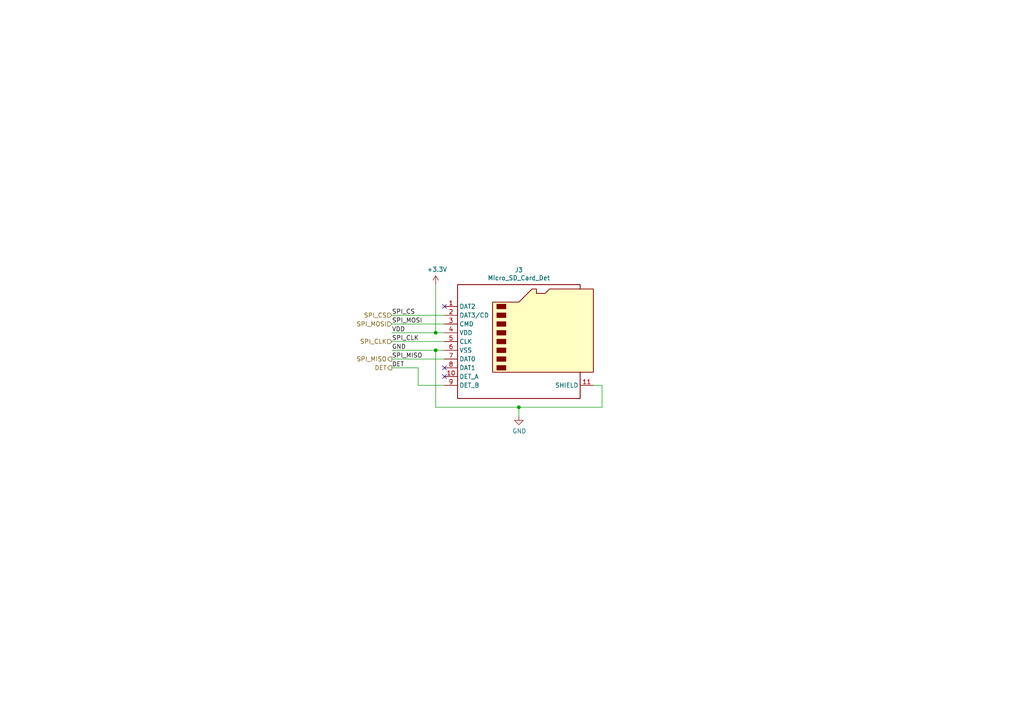
<source format=kicad_sch>
(kicad_sch (version 20230121) (generator eeschema)
  (paper "A4")
  (lib_symbols
    (symbol "Connector:Micro_SD_Card_Det2"
      (property "Reference" "J" (at -16.51 17.78 0))
      (property "Value" "Micro_SD_Card_Det2" (at 16.51 17.78 0))
      (symbol "Micro_SD_Card_Det2_0_1"
        (rectangle (start -7.62 -6.985) (end -5.08 -8.255) (stroke (width 0.254)) (fill (type outline)))
        (rectangle (start -7.62 -4.445) (end -5.08 -5.715) (stroke (width 0.254)) (fill (type outline)))
        (rectangle (start -7.62 -1.905) (end -5.08 -3.175) (stroke (width 0.254)) (fill (type outline)))
        (rectangle (start -7.62 0.635) (end -5.08 -0.635) (stroke (width 0.254)) (fill (type outline)))
        (rectangle (start -7.62 3.175) (end -5.08 1.905) (stroke (width 0.254)) (fill (type outline)))
        (rectangle (start -7.62 5.715) (end -5.08 4.445) (stroke (width 0.254)) (fill (type outline)))
        (rectangle (start -7.62 8.255) (end -5.08 6.985) (stroke (width 0.254)) (fill (type outline)))
        (rectangle (start -7.62 10.795) (end -5.08 9.525) (stroke (width 0.254)) (fill (type outline)))
        (polyline (pts (xy 16.51 15.24) (xy 16.51 16.51) (xy -19.05 16.51) (xy -19.05 -16.51) (xy 16.51 -16.51) (xy 16.51 -8.89)) (stroke (width 0.254)))
        (polyline (pts (xy -8.89 -8.89) (xy -8.89 11.43) (xy -1.27 11.43) (xy 2.54 15.24) (xy 3.81 15.24) (xy 3.81 13.97) (xy 6.35 13.97) (xy 7.62 15.24) (xy 20.32 15.24) (xy 20.32 -8.89) (xy -8.89 -8.89)) (stroke (width 0.254)) (fill (type background)))
      )
      (symbol "Micro_SD_Card_Det2_1_1"
        (pin bidirectional line (at -22.86 10.16 0) (length 3.81) (name "DAT2") (number "1"))
        (pin passive line (at -22.86 -10.16 0) (length 3.81) (name "DET_A") (number "10"))
        (pin passive line (at 20.32 -12.7 180) (length 3.81) (name "SHIELD") (number "11"))
        (pin bidirectional line (at -22.86 7.62 0) (length 3.81) (name "DAT3/CD") (number "2"))
        (pin input line (at -22.86 5.08 0) (length 3.81) (name "CMD") (number "3"))
        (pin power_in line (at -22.86 2.54 0) (length 3.81) (name "VDD") (number "4"))
        (pin input line (at -22.86 0 0) (length 3.81) (name "CLK") (number "5"))
        (pin power_in line (at -22.86 -2.54 0) (length 3.81) (name "VSS") (number "6"))
        (pin bidirectional line (at -22.86 -5.08 0) (length 3.81) (name "DAT0") (number "7"))
        (pin bidirectional line (at -22.86 -7.62 0) (length 3.81) (name "DAT1") (number "8"))
        (pin passive line (at -22.86 -12.7 0) (length 3.81) (name "DET_B") (number "9"))
      )
    )
    (symbol "power:+3.3V" (power) (pin_names (offset 0))
      (property "Value" "+3.3V" (at 0 3.556 0))
      (symbol "+3.3V_0_1"
        (polyline (pts (xy -0.762 1.27) (xy 0 2.54)))
        (polyline (pts (xy 0 0) (xy 0 2.54)))
        (polyline (pts (xy 0 2.54) (xy 0.762 1.27)))
      )
      (symbol "+3.3V_1_1"
        (pin power_in line (at 0 0 90) (length 0) hide (name "+3.3V") (number "1"))
      )
    )
    (symbol "power:GND" (power) (pin_names (offset 0))
      (property "Value" "GND" (at 0 -3.81 0))
      (symbol "GND_0_1"
        (polyline (pts (xy 0 0) (xy 0 -1.27) (xy 1.27 -1.27) (xy 0 -2.54) (xy -1.27 -1.27) (xy 0 -1.27)))
      )
      (symbol "GND_1_1"
        (pin power_in line (at 0 0 270) (length 0) hide (name "GND") (number "1"))
      )
    )
  )
  (junction (at 150.495 118.11))
  (junction (at 126.365 101.6))
  (junction (at 126.365 96.52))
  (no_connect (at 128.905 109.22))
  (no_connect (at 128.905 106.68))
  (no_connect (at 128.905 88.9))
  (wire (pts (xy 150.495 120.65) (xy 150.495 118.11)))
  (wire (pts (xy 126.365 101.6) (xy 113.665 101.6)))
  (wire (pts (xy 126.365 118.11) (xy 126.365 101.6)))
  (wire (pts (xy 126.365 96.52) (xy 113.665 96.52)))
  (wire (pts (xy 150.495 118.11) (xy 126.365 118.11)))
  (wire (pts (xy 174.625 111.76) (xy 172.085 111.76)))
  (wire (pts (xy 126.365 82.55) (xy 126.365 96.52)))
  (wire (pts (xy 128.905 99.06) (xy 113.665 99.06)))
  (wire (pts (xy 128.905 101.6) (xy 126.365 101.6)))
  (wire (pts (xy 113.665 106.68) (xy 121.285 106.68)))
  (wire (pts (xy 150.495 118.11) (xy 174.625 118.11)))
  (wire (pts (xy 128.905 93.98) (xy 113.665 93.98)))
  (wire (pts (xy 174.625 118.11) (xy 174.625 111.76)))
  (wire (pts (xy 121.285 111.76) (xy 128.905 111.76)))
  (wire (pts (xy 121.285 106.68) (xy 121.285 111.76)))
  (wire (pts (xy 128.905 91.44) (xy 113.665 91.44)))
  (wire (pts (xy 128.905 96.52) (xy 126.365 96.52)))
  (wire (pts (xy 113.665 104.14) (xy 128.905 104.14)))
  (label "SPI_CLK" (at 113.665 99.06 0))
  (label "DET" (at 113.665 106.68 0))
  (label "SPI_CS" (at 113.665 91.44 0))
  (label "SPI_MISO" (at 113.665 104.14 0))
  (label "GND" (at 113.665 101.6 0))
  (label "SPI_MOSI" (at 113.665 93.98 0))
  (label "VDD" (at 113.665 96.52 0))
  (hierarchical_label "DET" (shape output) (at 113.665 106.68 180))
  (hierarchical_label "SPI_CS" (shape input) (at 113.665 91.44 180))
  (hierarchical_label "SPI_MISO" (shape output) (at 113.665 104.14 180))
  (hierarchical_label "SPI_MOSI" (shape input) (at 113.665 93.98 180))
  (hierarchical_label "SPI_CLK" (shape input) (at 113.665 99.06 180))
  (symbol (lib_id "Connector:Micro_SD_Card_Det2") (at 151.765 99.06 0) (unit 1)
    (property "Reference" "J3" (at 150.495 78.3082 0))
    (property "Value" "Micro_SD_Card_Det" (at 150.495 80.6196 0))
    (property "Footprint" "UTSVT_Connectors:microSD_HC_Hirose_DM3AT-SF-PEJM5" (effects hide))
    (property "Datasheet" "https://www.mouser.com/datasheet/2/185/DM3AT_SF_PEJM5_CL0609_0031_0_00_2DDrawing_00009471-1614303.pdf" (effects hide))
    (property "P/N" "DM3AT-SF-PEJM5" (effects hide))
    (instances (project "Telemetry-LeaderDaughterboard" (path "" (reference "J3") (unit 1))) (project "Telemetry-Primary" (path "" (reference "J15") (unit 1))))
  )
  (symbol (lib_id "power:GND") (at 150.495 120.65 0) (unit 1)
    (property "Reference" "#PWR05" (effects hide))
    (property "Value" "GND" (at 150.622 125.0442 0))
    (instances (project "Telemetry-LeaderDaughterboard" (path "" (reference "#PWR05") (unit 1))) (project "Telemetry-Primary" (path "" (reference "#PWR0147") (unit 1)) (path "" (reference "#PWR?") (unit 1))))
  )
  (symbol (lib_id "power:+3.3V") (at 126.365 82.55 0) (unit 1)
    (property "Reference" "#PWR04" (effects hide))
    (property "Value" "+3.3V" (at 126.746 78.1558 0))
    (instances (project "Telemetry-LeaderDaughterboard" (path "" (reference "#PWR04") (unit 1))) (project "Telemetry-Primary" (path "" (reference "#PWR0148") (unit 1))))
  )
)
</source>
